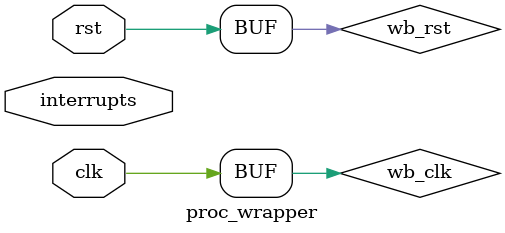
<source format=sv>
module proc_wrapper
(
   input logic clk,
   input logic rst,
   wishbone_b3.master wb_inst,
   wishbone_b3.master wb_data,
   debug_interface.master debug,
   input logic [19:0] interrupts
);
//
//Processor
wire sig_tick;

//Wishbone Common
wire wb_clk = clk;
wire wb_rst = rst;

or1200_top proc
(

	.rst_i		( wb_rst ),
	.clk_i		( wb_clk ),

	.clmode_i	( 2'b00 ), // 1 to 1 clock?

	// WISHBONE Instruction Master
	.iwb_clk_i	( wb_clk ),
	.iwb_rst_i	( wb_rst ),
	.iwb_cyc_o	( wb_inst.cyc ),
	.iwb_adr_o	( wb_inst.adr ),
	.iwb_dat_i	( wb_inst.dat_s2m ),
	.iwb_dat_o	( wb_inst.dat_m2s ),
	.iwb_sel_o	( wb_inst.sel ),
	.iwb_ack_i	( wb_inst.ack ),
	.iwb_err_i	( wb_inst.err ),
	.iwb_rty_i	( wb_inst.rty ),
	.iwb_we_o	( wb_inst.we ),
	.iwb_stb_o	( wb_inst.stb ),
	.iwb_cti_o  ( wb_inst.cti ),
	.iwb_bte_o  ( wb_inst.bte ),

	// WISHBONE Data Master
	.dwb_clk_i	( wb_clk ),
	.dwb_rst_i	( wb_rst ),
	.dwb_cyc_o	( wb_data.cyc ),
	.dwb_adr_o	( wb_data.adr ),
	.dwb_dat_i	( wb_data.dat_s2m ),
	.dwb_dat_o	( wb_data.dat_m2s ),
	.dwb_sel_o	( wb_data.sel ),
	.dwb_ack_i	( wb_data.ack ),
	.dwb_err_i	( wb_data.err ),
	.dwb_rty_i	( wb_data.rty ),
	.dwb_we_o	( wb_data.we ),
	.dwb_stb_o	( wb_data.stb ),
	.dwb_cti_o  ( wb_data.cti ),
	.dwb_bte_o  ( wb_data.bte ),

   // Debug
   .dbg_stall_i( debug.stall ),
   .dbg_ewt_i  ( debug.ewt ),
   .dbg_lss_o  ( debug.lss ),
   .dbg_is_o   ( debug.is ),
   .dbg_wp_o   ( debug.wp ),
   .dbg_bp_o   ( debug.bp ),
   .dbg_stb_i  ( debug.stb ),
   .dbg_we_i   ( debug.we ),
   .dbg_adr_i  ( debug.adr ),
   .dbg_dat_i  ( debug.dat_s2m ),
   .dbg_dat_o  ( debug.dat_m2s ),
   .dbg_ack_o  ( debug.ack ),

	// Power Management
	.pm_clksd_o	( ),
	.pm_cpustall_i	( 1'b0 ),
	.pm_dc_gate_o	( ),
	.pm_ic_gate_o	( ),
	.pm_dmmu_gate_o	( ),
	.pm_immu_gate_o	( ),
	.pm_tt_gate_o	( ),
	.pm_cpu_gate_o	( ),
	.pm_wakeup_o	( ),
	.pm_lvolt_o	( ),

	// Interrupts
	.pic_ints_i	( interrupts ),

	.sig_tick(sig_tick)
);

endmodule


</source>
